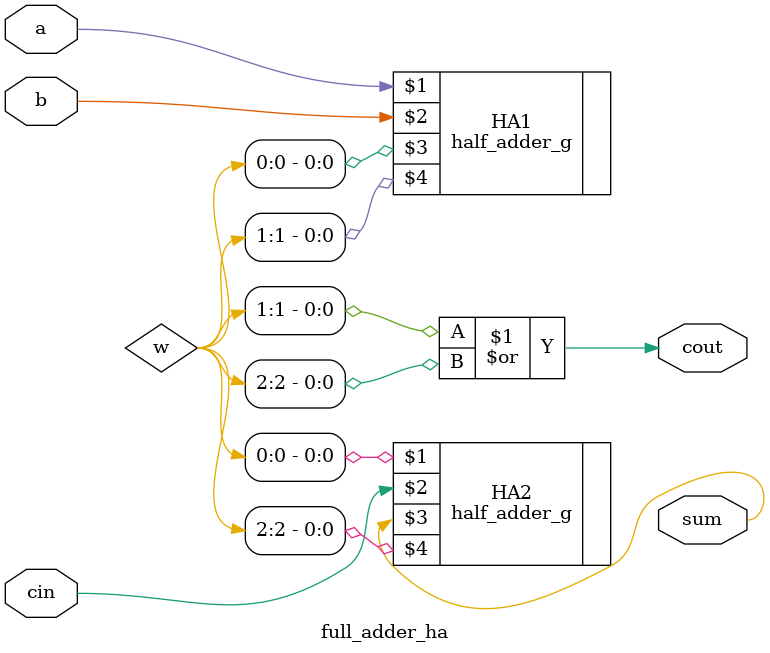
<source format=v>
module full_adder_ha(a,b,cin,sum,cout);

	input a,b,cin;
	output sum,cout;
	wire [2:0]w;

	half_adder_g HA1(a,b,w[0],w[1]);
	half_adder_g HA2(w[0],cin,sum,w[2]);
	or O1(cout,w[1],w[2]);
endmodule

</source>
